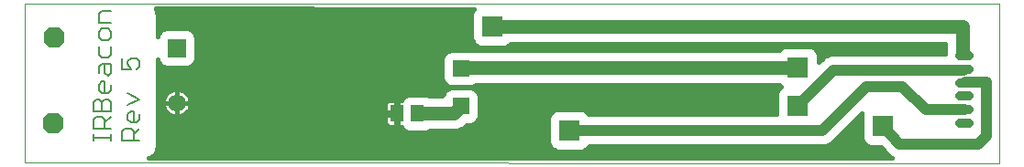
<source format=gtl>
G75*
G70*
%OFA0B0*%
%FSLAX24Y24*%
%IPPOS*%
%LPD*%
%AMOC8*
5,1,8,0,0,1.08239X$1,22.5*
%
%ADD10C,0.0000*%
%ADD11C,0.0060*%
%ADD12C,0.0317*%
%ADD13R,0.0591X0.0591*%
%ADD14R,0.0512X0.0591*%
%ADD15C,0.0650*%
%ADD16R,0.0650X0.0650*%
%ADD17OC8,0.0760*%
%ADD18C,0.0160*%
%ADD19R,0.0768X0.0768*%
%ADD20C,0.0500*%
%ADD21C,0.0240*%
%ADD22C,0.0400*%
D10*
X000254Y000496D02*
X000254Y006301D01*
X035707Y006286D01*
X035707Y000480D01*
X000254Y000496D01*
D11*
X002753Y001310D02*
X002753Y001524D01*
X002753Y001417D02*
X003394Y001417D01*
X003394Y001310D02*
X003394Y001524D01*
X003803Y001630D02*
X003910Y001737D01*
X004123Y001737D01*
X004230Y001630D01*
X004230Y001310D01*
X004444Y001310D02*
X003803Y001310D01*
X003803Y001630D01*
X003394Y001740D02*
X002753Y001740D01*
X002753Y002060D01*
X002860Y002167D01*
X003073Y002167D01*
X003180Y002060D01*
X003180Y001740D01*
X003180Y001953D02*
X003394Y002167D01*
X004017Y002061D02*
X004017Y002275D01*
X004123Y002382D01*
X004230Y002382D01*
X004230Y001955D01*
X004123Y001955D02*
X004017Y002061D01*
X004337Y001955D02*
X004444Y002061D01*
X004444Y002275D01*
X003394Y002384D02*
X003394Y002705D01*
X003287Y002811D01*
X003180Y002811D01*
X003073Y002705D01*
X003073Y002384D01*
X002753Y002384D02*
X002753Y002705D01*
X002860Y002811D01*
X002967Y002811D01*
X003073Y002705D01*
X004017Y002599D02*
X004444Y002813D01*
X004017Y003026D01*
X003394Y003136D02*
X003287Y003029D01*
X003073Y003029D01*
X002967Y003136D01*
X002967Y003349D01*
X003073Y003456D01*
X003180Y003456D01*
X003180Y003029D01*
X003394Y003136D02*
X003394Y003349D01*
X003287Y003673D02*
X003180Y003780D01*
X003180Y004100D01*
X003073Y004100D02*
X003394Y004100D01*
X003394Y003780D01*
X003287Y003673D01*
X002967Y003780D02*
X002967Y003994D01*
X003073Y004100D01*
X003073Y004318D02*
X003287Y004318D01*
X003394Y004425D01*
X003394Y004745D01*
X002967Y004745D02*
X002967Y004425D01*
X003073Y004318D01*
X003803Y004315D02*
X003803Y003888D01*
X004123Y003888D01*
X004017Y004102D01*
X004017Y004208D01*
X004123Y004315D01*
X004337Y004315D01*
X004444Y004208D01*
X004444Y003995D01*
X004337Y003888D01*
X003287Y004962D02*
X003073Y004962D01*
X002967Y005069D01*
X002967Y005283D01*
X003073Y005389D01*
X003287Y005389D01*
X003394Y005283D01*
X003394Y005069D01*
X003287Y004962D01*
X003394Y005607D02*
X002967Y005607D01*
X002967Y005927D01*
X003073Y006034D01*
X003394Y006034D01*
X003394Y002384D02*
X002753Y002384D01*
X004123Y001955D02*
X004337Y001955D01*
X004444Y001737D02*
X004230Y001524D01*
D12*
X034277Y001937D02*
X034594Y001937D01*
X034594Y002429D02*
X034277Y002429D01*
X034277Y002921D02*
X034594Y002921D01*
X034594Y003413D02*
X034277Y003413D01*
X034277Y003906D02*
X034594Y003906D01*
X034594Y004398D02*
X034277Y004398D01*
D13*
X016123Y003930D03*
X016123Y002552D03*
D14*
X014548Y002290D03*
X013800Y002290D03*
D15*
X005786Y002680D03*
D16*
X005786Y004680D03*
D17*
X001325Y005075D03*
X001293Y001932D03*
D18*
X005087Y001907D02*
X013387Y001907D01*
X013376Y001925D02*
X013400Y001884D01*
X013433Y001851D01*
X013474Y001827D01*
X013520Y001815D01*
X013752Y001815D01*
X013752Y002242D01*
X013848Y002242D01*
X013848Y001815D01*
X013955Y001815D01*
X013970Y001780D01*
X014077Y001673D01*
X014216Y001615D01*
X014879Y001615D01*
X014989Y001660D01*
X015986Y001660D01*
X016218Y001756D01*
X016338Y001876D01*
X016493Y001876D01*
X016633Y001934D01*
X016740Y002041D01*
X016798Y002181D01*
X016798Y002923D01*
X016740Y003062D01*
X016633Y003169D01*
X016493Y003227D01*
X015752Y003227D01*
X015612Y003169D01*
X015505Y003062D01*
X015447Y002923D01*
X015447Y002920D01*
X014989Y002920D01*
X014879Y002966D01*
X014216Y002966D01*
X014077Y002908D01*
X013970Y002801D01*
X013955Y002766D01*
X013848Y002766D01*
X013848Y002338D01*
X013752Y002338D01*
X013752Y002242D01*
X013364Y002242D01*
X013364Y001971D01*
X013376Y001925D01*
X013752Y001907D02*
X013848Y001907D01*
X013848Y002065D02*
X013752Y002065D01*
X013364Y002065D02*
X005087Y002065D01*
X005087Y002224D02*
X005570Y002224D01*
X005592Y002212D02*
X005668Y002187D01*
X005747Y002175D01*
X005786Y002175D01*
X005786Y002680D01*
X005281Y002680D01*
X005281Y002640D01*
X005294Y002562D01*
X005318Y002486D01*
X005354Y002415D01*
X005401Y002351D01*
X005457Y002295D01*
X005522Y002248D01*
X005592Y002212D01*
X005786Y002224D02*
X005786Y002224D01*
X005786Y002175D02*
X005826Y002175D01*
X005905Y002187D01*
X005980Y002212D01*
X006051Y002248D01*
X006115Y002295D01*
X006171Y002351D01*
X006218Y002415D01*
X006254Y002486D01*
X006279Y002562D01*
X006291Y002640D01*
X006291Y002680D01*
X006291Y002720D01*
X006279Y002798D01*
X006254Y002874D01*
X006218Y002945D01*
X006171Y003009D01*
X006115Y003065D01*
X006051Y003112D01*
X005980Y003148D01*
X005905Y003173D01*
X005826Y003185D01*
X005786Y003185D01*
X005747Y003185D01*
X005668Y003173D01*
X005592Y003148D01*
X005522Y003112D01*
X005457Y003065D01*
X005401Y003009D01*
X005354Y002945D01*
X005318Y002874D01*
X005294Y002798D01*
X005281Y002720D01*
X005281Y002680D01*
X005786Y002680D01*
X005786Y002680D01*
X005786Y003185D01*
X005786Y002680D01*
X005786Y002680D01*
X005786Y002680D01*
X005786Y002175D01*
X006003Y002224D02*
X013364Y002224D01*
X013752Y002224D02*
X013848Y002224D01*
X013752Y002338D02*
X013364Y002338D01*
X013364Y002609D01*
X013376Y002655D01*
X013400Y002696D01*
X013433Y002730D01*
X013474Y002753D01*
X013520Y002766D01*
X013752Y002766D01*
X013752Y002338D01*
X013752Y002382D02*
X013848Y002382D01*
X013848Y002541D02*
X013752Y002541D01*
X013364Y002541D02*
X006272Y002541D01*
X006291Y002680D02*
X005786Y002680D01*
X006291Y002680D01*
X006291Y002699D02*
X013403Y002699D01*
X013752Y002699D02*
X013848Y002699D01*
X014026Y002858D02*
X006260Y002858D01*
X006164Y003016D02*
X015486Y003016D01*
X015625Y003175D02*
X005892Y003175D01*
X005786Y003175D02*
X005786Y003175D01*
X005680Y003175D02*
X005087Y003175D01*
X005087Y003016D02*
X005408Y003016D01*
X005786Y003016D02*
X005786Y003016D01*
X005786Y002858D02*
X005786Y002858D01*
X005313Y002858D02*
X005087Y002858D01*
X005087Y002699D02*
X005281Y002699D01*
X005786Y002699D02*
X005786Y002699D01*
X005786Y002680D02*
X005786Y002680D01*
X005786Y002541D02*
X005786Y002541D01*
X005301Y002541D02*
X005087Y002541D01*
X005087Y002382D02*
X005379Y002382D01*
X005786Y002382D02*
X005786Y002382D01*
X006194Y002382D02*
X013364Y002382D01*
X016566Y001907D02*
X019310Y001907D01*
X019310Y002065D02*
X016750Y002065D01*
X016798Y002224D02*
X019345Y002224D01*
X019368Y002279D02*
X019310Y002139D01*
X019310Y001221D01*
X019368Y001081D01*
X019475Y000974D01*
X019614Y000916D01*
X020533Y000916D01*
X020673Y000974D01*
X020780Y001081D01*
X020788Y001100D01*
X029389Y001100D01*
X029602Y001188D01*
X029765Y001351D01*
X030714Y002300D01*
X030710Y002289D01*
X030710Y001371D01*
X030768Y001231D01*
X030875Y001124D01*
X031014Y001066D01*
X031389Y001066D01*
X031577Y000863D01*
X031582Y000851D01*
X031655Y000778D01*
X031726Y000702D01*
X031737Y000697D01*
X031745Y000688D01*
X031809Y000662D01*
X004780Y000674D01*
X004789Y000675D01*
X004821Y000684D01*
X004853Y000695D01*
X004883Y000709D01*
X004911Y000726D01*
X004939Y000745D01*
X004964Y000766D01*
X004987Y000790D01*
X005009Y000815D01*
X005028Y000842D01*
X005044Y000871D01*
X005058Y000901D01*
X005070Y000932D01*
X005078Y000964D01*
X005084Y000997D01*
X005087Y001030D01*
X005087Y004266D01*
X005139Y004140D01*
X005246Y004033D01*
X005386Y003975D01*
X006187Y003975D01*
X006327Y004033D01*
X006433Y004140D01*
X006491Y004279D01*
X006491Y005081D01*
X006433Y005220D01*
X006327Y005327D01*
X006187Y005385D01*
X005386Y005385D01*
X005246Y005327D01*
X005139Y005220D01*
X005087Y005094D01*
X005087Y005930D01*
X005084Y005963D01*
X005078Y005995D01*
X005070Y006027D01*
X005058Y006059D01*
X005044Y006089D01*
X005028Y006117D01*
X005027Y006119D01*
X016603Y006114D01*
X016568Y006079D01*
X016510Y005939D01*
X016510Y005021D01*
X016568Y004881D01*
X016675Y004774D01*
X016814Y004716D01*
X017733Y004716D01*
X017873Y004774D01*
X017949Y004850D01*
X033744Y004850D01*
X033744Y004518D01*
X033738Y004505D01*
X033738Y004460D01*
X029558Y004460D01*
X029345Y004372D01*
X029182Y004209D01*
X029182Y004209D01*
X029138Y004164D01*
X029138Y004439D01*
X029080Y004579D01*
X028973Y004686D01*
X028833Y004744D01*
X027914Y004744D01*
X027775Y004686D01*
X027699Y004610D01*
X016048Y004610D01*
X016035Y004605D01*
X015752Y004605D01*
X015612Y004547D01*
X015505Y004440D01*
X015447Y004300D01*
X015447Y003559D01*
X015505Y003419D01*
X015612Y003312D01*
X015752Y003254D01*
X016493Y003254D01*
X016633Y003312D01*
X016671Y003350D01*
X027699Y003350D01*
X027769Y003280D01*
X027668Y003179D01*
X027610Y003039D01*
X027610Y002260D01*
X020788Y002260D01*
X020780Y002279D01*
X020673Y002386D01*
X020533Y002444D01*
X019614Y002444D01*
X019475Y002386D01*
X019368Y002279D01*
X019471Y002382D02*
X016798Y002382D01*
X016798Y002541D02*
X027610Y002541D01*
X027610Y002699D02*
X016798Y002699D01*
X016798Y002858D02*
X027610Y002858D01*
X027610Y003016D02*
X016759Y003016D01*
X016620Y003175D02*
X027666Y003175D01*
X027716Y003333D02*
X016654Y003333D01*
X015591Y003333D02*
X005087Y003333D01*
X005087Y003492D02*
X015475Y003492D01*
X015447Y003650D02*
X005087Y003650D01*
X005087Y003809D02*
X015447Y003809D01*
X015447Y003967D02*
X005087Y003967D01*
X005087Y004126D02*
X005153Y004126D01*
X006419Y004126D02*
X015447Y004126D01*
X015447Y004284D02*
X006491Y004284D01*
X006491Y004443D02*
X015507Y004443D01*
X015742Y004601D02*
X006491Y004601D01*
X006491Y004760D02*
X016710Y004760D01*
X016552Y004918D02*
X006491Y004918D01*
X006491Y005077D02*
X016510Y005077D01*
X016510Y005235D02*
X006419Y005235D01*
X005154Y005235D02*
X005087Y005235D01*
X005087Y005394D02*
X016510Y005394D01*
X016510Y005552D02*
X005087Y005552D01*
X005087Y005711D02*
X016510Y005711D01*
X016510Y005869D02*
X005087Y005869D01*
X005070Y006028D02*
X016546Y006028D01*
X017838Y004760D02*
X033744Y004760D01*
X033744Y004601D02*
X029058Y004601D01*
X029136Y004443D02*
X029516Y004443D01*
X029257Y004284D02*
X029138Y004284D01*
X027610Y002382D02*
X020677Y002382D01*
X019310Y001748D02*
X016198Y001748D01*
X014001Y001748D02*
X005087Y001748D01*
X005087Y001590D02*
X019310Y001590D01*
X019310Y001431D02*
X005087Y001431D01*
X005087Y001273D02*
X019310Y001273D01*
X019354Y001114D02*
X005087Y001114D01*
X005076Y000956D02*
X019519Y000956D01*
X020628Y000956D02*
X031492Y000956D01*
X030899Y001114D02*
X029423Y001114D01*
X029686Y001273D02*
X030750Y001273D01*
X030710Y001431D02*
X029845Y001431D01*
X030003Y001590D02*
X030710Y001590D01*
X030710Y001748D02*
X030162Y001748D01*
X030320Y001907D02*
X030710Y001907D01*
X030710Y002065D02*
X030479Y002065D01*
X030637Y002224D02*
X030710Y002224D01*
X031636Y000797D02*
X004994Y000797D01*
D19*
X017274Y001580D03*
X020074Y001680D03*
X028374Y002580D03*
X031474Y001830D03*
X028374Y003980D03*
X017274Y005480D03*
X008974Y003780D03*
D20*
X015861Y002290D02*
X016123Y002552D01*
X015861Y002290D02*
X014548Y002290D01*
X016123Y003930D02*
X016173Y003980D01*
X028374Y003980D01*
X034374Y004580D02*
X034374Y005480D01*
X017274Y005480D01*
D21*
X034374Y004580D02*
X034374Y004459D01*
X034435Y004398D01*
X034435Y003906D02*
X034410Y003880D01*
X034452Y003430D02*
X034435Y003413D01*
D22*
X034452Y003430D02*
X035224Y003430D01*
X035224Y001480D01*
X034924Y001180D01*
X032074Y001180D01*
X031474Y001830D01*
X030874Y003280D02*
X029274Y001680D01*
X020074Y001680D01*
X028374Y002580D02*
X029674Y003880D01*
X034410Y003880D01*
X033024Y002429D02*
X032174Y003280D01*
X030874Y003280D01*
X033024Y002429D02*
X034435Y002429D01*
M02*

</source>
